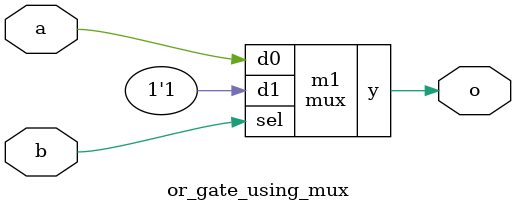
<source format=sv>

module mux
(
  input  d0, d1,
  input  sel,
  output y
);

  assign y = sel ? d1 : d0;

endmodule

//----------------------------------------------------------------------------
// Task
//----------------------------------------------------------------------------

module or_gate_using_mux
(
    input  a,
    input  b,
    output o
);

  // Task:
  mux m1 (a, 1, b, o);

  // Implement or gate using instance(s) of mux,
  // constants 0 and 1, and wire connections


endmodule

</source>
